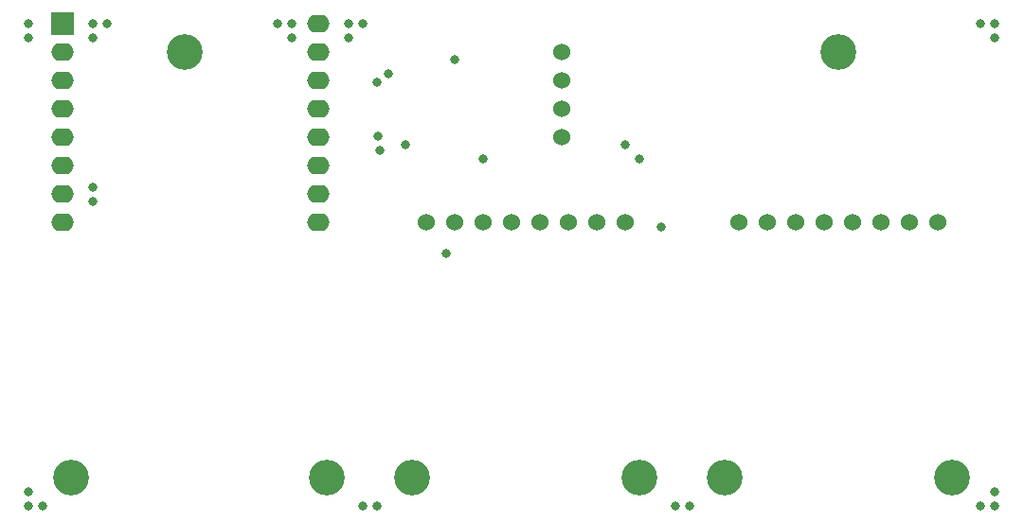
<source format=gbr>
%TF.GenerationSoftware,KiCad,Pcbnew,6.0.10+dfsg-1~bpo11+1*%
%TF.CreationDate,2023-02-01T20:55:54+01:00*%
%TF.ProjectId,double_pt100,646f7562-6c65-45f7-9074-3130302e6b69,rev?*%
%TF.SameCoordinates,Original*%
%TF.FileFunction,Soldermask,Bot*%
%TF.FilePolarity,Negative*%
%FSLAX46Y46*%
G04 Gerber Fmt 4.6, Leading zero omitted, Abs format (unit mm)*
G04 Created by KiCad (PCBNEW 6.0.10+dfsg-1~bpo11+1) date 2023-02-01 20:55:54*
%MOMM*%
%LPD*%
G01*
G04 APERTURE LIST*
%ADD10C,3.200000*%
%ADD11R,2.000000X2.000000*%
%ADD12O,2.000000X1.600000*%
%ADD13C,1.524000*%
%ADD14C,0.800000*%
G04 APERTURE END LIST*
D10*
%TO.C,H8*%
X88900000Y-107950000D03*
%TD*%
%TO.C,H7*%
X147320000Y-107950000D03*
%TD*%
%TO.C,H3*%
X109220000Y-146050000D03*
%TD*%
%TO.C,H1*%
X78740000Y-146050000D03*
%TD*%
%TO.C,H5*%
X137160000Y-146050000D03*
%TD*%
%TO.C,H6*%
X157479999Y-146049999D03*
%TD*%
D11*
%TO.C,U1*%
X77955000Y-105410000D03*
D12*
X77955000Y-107950000D03*
X77955000Y-110490000D03*
X77955000Y-113030000D03*
X77955000Y-115570000D03*
X77955000Y-118110000D03*
X77955000Y-120650000D03*
X77955000Y-123190000D03*
X100815000Y-123190000D03*
X100815000Y-120650000D03*
X100815000Y-118110000D03*
X100815000Y-115570000D03*
X100815000Y-113030000D03*
X100815000Y-110490000D03*
X100815000Y-107950000D03*
X100815000Y-105410000D03*
%TD*%
D13*
%TO.C,U4*%
X128270000Y-123190000D03*
X125730000Y-123190000D03*
X123190000Y-123190000D03*
X120650000Y-123190000D03*
X118110000Y-123190000D03*
X115570000Y-123190000D03*
X113030000Y-123190000D03*
X110490000Y-123190000D03*
%TD*%
%TO.C,U3*%
X138430000Y-123190000D03*
X140970000Y-123190000D03*
X143510000Y-123190000D03*
X146050000Y-123190000D03*
X148590000Y-123190000D03*
X151130000Y-123190000D03*
X153670000Y-123190000D03*
X156210000Y-123190000D03*
%TD*%
D10*
%TO.C,H2*%
X101600000Y-146050000D03*
%TD*%
D13*
%TO.C,U2*%
X122555000Y-107950000D03*
X122555000Y-110490000D03*
X122555000Y-113030000D03*
X122555000Y-115570000D03*
%TD*%
D10*
%TO.C,H4*%
X129540000Y-146050000D03*
%TD*%
D14*
X131445000Y-123571000D03*
X106045000Y-110617000D03*
X107061000Y-109855000D03*
X106172000Y-115443000D03*
X112268000Y-125984000D03*
X106299000Y-116713000D03*
X98425000Y-105410000D03*
X97155000Y-105410000D03*
X160020000Y-148590000D03*
X113030000Y-108585000D03*
X80645000Y-105410000D03*
X104775000Y-148590000D03*
X132715000Y-148590000D03*
X115570000Y-117475000D03*
X80645000Y-120015000D03*
X80645000Y-121285000D03*
X128270000Y-116205000D03*
X104775000Y-105410000D03*
X106045000Y-148590000D03*
X161290000Y-147320000D03*
X108585000Y-116205000D03*
X160020000Y-105410000D03*
X81915000Y-105410000D03*
X98425000Y-106680000D03*
X74930000Y-106680000D03*
X74930000Y-147320000D03*
X133985000Y-148590000D03*
X76200000Y-148590000D03*
X103505000Y-105410000D03*
X74930000Y-105410000D03*
X161290000Y-105410000D03*
X80645000Y-106680000D03*
X74930000Y-148590000D03*
X103505000Y-106680000D03*
X161290000Y-106680000D03*
X161290000Y-148590000D03*
X129540000Y-117475000D03*
M02*

</source>
